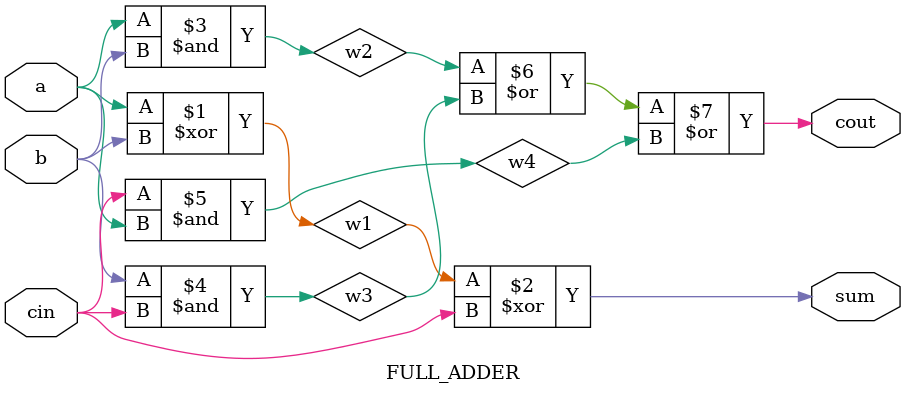
<source format=v>
module FULL_ADDER(sum,cout,a,b,cin);
	input a,b,cin;
    output sum,cout;
	wire w1,w2,w3,w4;       
	xor x1(w1,a,b);
	xor x2(sum,w1,cin);      
	and a1(w2,a,b);
	and a2(w3,b,cin);
	and a3(w4,cin,a);
	or o1(cout,w2,w3,w4);    
endmodule
</source>
